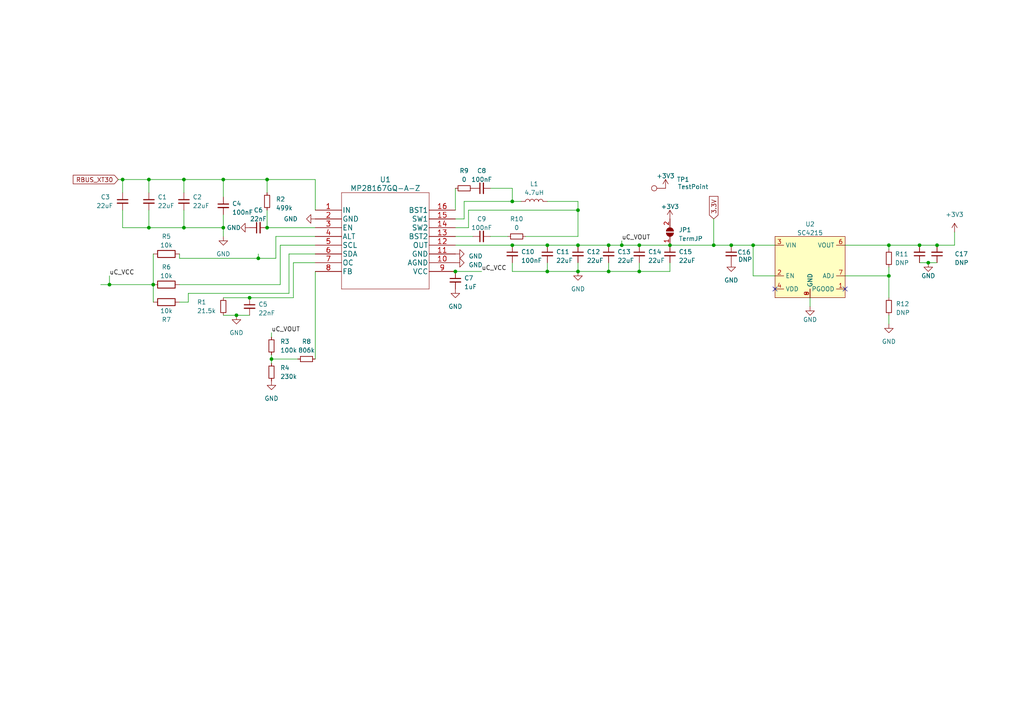
<source format=kicad_sch>
(kicad_sch (version 20230121) (generator eeschema)
  (paper "A4")
  (lib_symbols
    (symbol "Connector:TestPoint" (pin_numbers hide) (pin_names (offset 0.762) hide)
      (property "Reference" "TP" (at 0 6.858 0))
      (property "Value" "TestPoint" (at 0 5.08 0))
      (symbol "TestPoint_0_1"
        (circle (center 0 3.302) (radius 0.762))
      )
      (symbol "TestPoint_1_1"
        (pin passive line (at 0 0 90) (length 2.54) (name "1") (number "1"))
      )
    )
    (symbol "Device:C_Small" (pin_numbers hide) (pin_names (offset 0.254) hide)
      (property "Reference" "C" (at 0.254 1.778 0))
      (property "Value" "C_Small" (at 0.254 -2.032 0))
      (symbol "C_Small_0_1"
        (polyline (pts (xy -1.524 -0.508) (xy 1.524 -0.508)) (stroke (width 0.3302)))
        (polyline (pts (xy -1.524 0.508) (xy 1.524 0.508)) (stroke (width 0.3048)))
      )
      (symbol "C_Small_1_1"
        (pin passive line (at 0 2.54 270) (length 2.032) (name "~") (number "1"))
        (pin passive line (at 0 -2.54 90) (length 2.032) (name "~") (number "2"))
      )
    )
    (symbol "Device:L" (pin_numbers hide) (pin_names (offset 1.016) hide)
      (property "Reference" "L" (at -1.27 0 90))
      (property "Value" "L" (at 1.905 0 90))
      (symbol "L_0_1"
        (arc (start 0 -2.54) (mid 0.6323 -1.905) (end 0 -1.27))
        (arc (start 0 -1.27) (mid 0.6323 -0.635) (end 0 0))
        (arc (start 0 0) (mid 0.6323 0.635) (end 0 1.27))
        (arc (start 0 1.27) (mid 0.6323 1.905) (end 0 2.54))
      )
      (symbol "L_1_1"
        (pin passive line (at 0 3.81 270) (length 1.27) (name "1") (number "1"))
        (pin passive line (at 0 -3.81 90) (length 1.27) (name "2") (number "2"))
      )
    )
    (symbol "Device:R" (pin_numbers hide) (pin_names (offset 0))
      (property "Reference" "R" (at 2.032 0 90))
      (property "Value" "R" (at 0 0 90))
      (symbol "R_0_1"
        (rectangle (start -1.016 -2.54) (end 1.016 2.54) (stroke (width 0.254)))
      )
      (symbol "R_1_1"
        (pin passive line (at 0 3.81 270) (length 1.27) (name "~") (number "1"))
        (pin passive line (at 0 -3.81 90) (length 1.27) (name "~") (number "2"))
      )
    )
    (symbol "Device:R_Small" (pin_numbers hide) (pin_names (offset 0.254) hide)
      (property "Reference" "R" (at 0.762 0.508 0))
      (property "Value" "R_Small" (at 0.762 -1.016 0))
      (symbol "R_Small_0_1"
        (rectangle (start -0.762 1.778) (end 0.762 -1.778) (stroke (width 0.2032)))
      )
      (symbol "R_Small_1_1"
        (pin passive line (at 0 2.54 270) (length 0.762) (name "~") (number "1"))
        (pin passive line (at 0 -2.54 90) (length 0.762) (name "~") (number "2"))
      )
    )
    (symbol "GND_3" (power) (pin_names (offset 0))
      (property "Value" "GND_3" (at 0 -3.81 0))
      (symbol "GND_3_0_1"
        (polyline (pts (xy 0 0) (xy 0 -1.27) (xy 1.27 -1.27) (xy 0 -2.54) (xy -1.27 -1.27) (xy 0 -1.27)))
      )
      (symbol "GND_3_1_1"
        (pin power_in line (at 0 0 270) (length 0) hide (name "GND") (number "1"))
      )
    )
    (symbol "Jumper:SolderJumper_2_Open" (pin_names (offset 0) hide)
      (property "Reference" "JP" (at 0 2.032 0))
      (property "Value" "SolderJumper_2_Open" (at 0 -2.54 0))
      (symbol "SolderJumper_2_Open_0_1"
        (arc (start -0.254 1.016) (mid -1.2656 0) (end -0.254 -1.016))
        (arc (start -0.254 1.016) (mid -1.2656 0) (end -0.254 -1.016) (fill (type outline)))
        (polyline (pts (xy -0.254 1.016) (xy -0.254 -1.016)))
        (polyline (pts (xy 0.254 1.016) (xy 0.254 -1.016)))
        (arc (start 0.254 -1.016) (mid 1.2656 0) (end 0.254 1.016))
        (arc (start 0.254 -1.016) (mid 1.2656 0) (end 0.254 1.016) (fill (type outline)))
      )
      (symbol "SolderJumper_2_Open_1_1"
        (pin passive line (at -3.81 0 0) (length 2.54) (name "A") (number "1"))
        (pin passive line (at 3.81 0 180) (length 2.54) (name "B") (number "2"))
      )
    )
    (symbol "iclr:MP28167GQ-A-Z" (pin_names (offset 0.254))
      (property "Reference" "U" (at 20.32 10.16 0))
      (property "Value" "MP28167GQ-A-Z" (at 20.32 7.62 0))
      (symbol "MP28167GQ-A-Z_1_1"
        (polyline (pts (xy 7.62 -22.86) (xy 33.02 -22.86)) (stroke (width 0.127)))
        (polyline (pts (xy 7.62 5.08) (xy 7.62 -22.86)) (stroke (width 0.127)))
        (polyline (pts (xy 33.02 -22.86) (xy 33.02 5.08)) (stroke (width 0.127)))
        (polyline (pts (xy 33.02 5.08) (xy 7.62 5.08)) (stroke (width 0.127)))
        (pin power_in line (at 0 0 0) (length 7.62) (name "IN") (number "1"))
        (pin power_in line (at 40.64 -15.24 180) (length 7.62) (name "AGND") (number "10"))
        (pin power_in line (at 40.64 -12.7 180) (length 7.62) (name "GND") (number "11"))
        (pin power_in line (at 40.64 -10.16 180) (length 7.62) (name "OUT") (number "12"))
        (pin power_in line (at 40.64 -7.62 180) (length 7.62) (name "BST2") (number "13"))
        (pin unspecified line (at 40.64 -5.08 180) (length 7.62) (name "SW2") (number "14"))
        (pin unspecified line (at 40.64 -2.54 180) (length 7.62) (name "SW1") (number "15"))
        (pin power_in line (at 40.64 0 180) (length 7.62) (name "BST1") (number "16"))
        (pin power_in line (at 0 -2.54 0) (length 7.62) (name "GND") (number "2"))
        (pin unspecified line (at 0 -5.08 0) (length 7.62) (name "EN") (number "3"))
        (pin output line (at 0 -7.62 0) (length 7.62) (name "ALT") (number "4"))
        (pin unspecified line (at 0 -10.16 0) (length 7.62) (name "SCL") (number "5"))
        (pin unspecified line (at 0 -12.7 0) (length 7.62) (name "SDA") (number "6"))
        (pin unspecified line (at 0 -15.24 0) (length 7.62) (name "OC") (number "7"))
        (pin unspecified line (at 0 -17.78 0) (length 7.62) (name "FB") (number "8"))
        (pin power_in line (at 40.64 -17.78 180) (length 7.62) (name "VCC") (number "9"))
      )
    )
    (symbol "iclr:RT9025-25GSP"
      (property "Reference" "U6" (at 0 4.8428 0))
      (property "Value" "RT9025-25GSP" (at 0 2.3059 0))
      (symbol "RT9025-25GSP_1_1"
        (rectangle (start -10.16 1.27) (end 10.16 -16.51) (fill (type background)))
        (pin output line (at 10.16 -13.97 180) (length 2.54) (name "PGOOD") (number "1"))
        (pin input line (at -10.16 -10.16 0) (length 2.54) (name "EN") (number "2"))
        (pin input line (at -10.16 -1.27 0) (length 2.54) (name "VIN") (number "3"))
        (pin input line (at -10.16 -13.97 0) (length 2.54) (name "VDD") (number "4"))
        (pin output line (at 10.16 -1.27 180) (length 2.54) (name "VOUT") (number "6"))
        (pin input line (at 10.16 -10.16 180) (length 2.54) (name "ADJ") (number "7"))
        (pin input line (at 0 -16.51 90) (length 2.54) (name "GND") (number "8"))
        (pin input line (at 0 -16.51 90) (length 2.54) (name "GND") (number "9"))
      )
    )
    (symbol "power:+3.3V" (power) (pin_names (offset 0))
      (property "Value" "+3.3V" (at 0 3.556 0))
      (symbol "+3.3V_0_1"
        (polyline (pts (xy -0.762 1.27) (xy 0 2.54)))
        (polyline (pts (xy 0 0) (xy 0 2.54)))
        (polyline (pts (xy 0 2.54) (xy 0.762 1.27)))
      )
      (symbol "+3.3V_1_1"
        (pin power_in line (at 0 0 90) (length 0) hide (name "+3V3") (number "1"))
      )
    )
    (symbol "power:GND" (power) (pin_names (offset 0))
      (property "Value" "GND" (at 0 -3.81 0))
      (symbol "GND_0_1"
        (polyline (pts (xy 0 0) (xy 0 -1.27) (xy 1.27 -1.27) (xy 0 -2.54) (xy -1.27 -1.27) (xy 0 -1.27)))
      )
      (symbol "GND_1_1"
        (pin power_in line (at 0 0 270) (length 0) hide (name "GND") (number "1"))
      )
    )
  )
  (junction (at 176.53 78.74))
  (junction (at 185.42 71.12))
  (junction (at 257.81 71.12))
  (junction (at 53.34 66.04))
  (junction (at 158.75 71.12))
  (junction (at 167.64 78.74))
  (junction (at 194.31 71.12))
  (junction (at 64.77 52.07))
  (junction (at 78.74 104.14))
  (junction (at 218.44 71.12))
  (junction (at 180.34 71.12))
  (junction (at 35.56 52.07))
  (junction (at 53.34 52.07))
  (junction (at 176.53 71.12))
  (junction (at 68.58 91.44))
  (junction (at 77.47 52.07))
  (junction (at 132.08 78.74))
  (junction (at 158.75 78.74))
  (junction (at 43.18 52.07))
  (junction (at 271.78 71.12))
  (junction (at 212.09 71.12))
  (junction (at 167.64 71.12))
  (junction (at 64.77 66.04))
  (junction (at 148.59 58.42))
  (junction (at 148.59 71.12))
  (junction (at 167.64 60.96))
  (junction (at 269.24 76.2))
  (junction (at 74.93 74.93))
  (junction (at 207.01 71.12))
  (junction (at 266.7 71.12))
  (junction (at 44.45 82.55))
  (junction (at 43.18 66.04))
  (junction (at 72.39 86.36))
  (junction (at 257.81 80.01))
  (junction (at 185.42 78.74))
  (junction (at 31.75 82.55))
  (junction (at 77.47 66.04))
  (no_connect (at 224.79 83.82))
  (no_connect (at 245.11 83.82))
  (wire (pts (xy 91.44 52.07) (xy 91.44 60.96)))
  (wire (pts (xy 132.08 63.5) (xy 134.62 63.5)))
  (wire (pts (xy 64.77 52.07) (xy 77.47 52.07)))
  (wire (pts (xy 167.64 78.74) (xy 167.64 76.2)))
  (wire (pts (xy 81.28 71.12) (xy 81.28 82.55)))
  (wire (pts (xy 257.81 80.01) (xy 257.81 86.36)))
  (wire (pts (xy 218.44 71.12) (xy 224.79 71.12)))
  (wire (pts (xy 137.16 68.58) (xy 132.08 68.58)))
  (wire (pts (xy 185.42 78.74) (xy 194.31 78.74)))
  (wire (pts (xy 43.18 52.07) (xy 53.34 52.07)))
  (wire (pts (xy 35.56 66.04) (xy 43.18 66.04)))
  (wire (pts (xy 54.61 87.63) (xy 52.07 87.63)))
  (wire (pts (xy 64.77 62.23) (xy 64.77 66.04)))
  (wire (pts (xy 91.44 71.12) (xy 81.28 71.12)))
  (wire (pts (xy 185.42 78.74) (xy 185.42 76.2)))
  (wire (pts (xy 53.34 55.88) (xy 53.34 52.07)))
  (wire (pts (xy 148.59 78.74) (xy 148.59 76.2)))
  (wire (pts (xy 148.59 71.12) (xy 158.75 71.12)))
  (wire (pts (xy 269.24 76.2) (xy 271.78 76.2)))
  (wire (pts (xy 180.34 69.85) (xy 180.34 71.12)))
  (wire (pts (xy 78.74 104.14) (xy 86.36 104.14)))
  (wire (pts (xy 77.47 55.88) (xy 77.47 52.07)))
  (wire (pts (xy 78.74 97.79) (xy 78.74 96.52)))
  (wire (pts (xy 132.08 71.12) (xy 148.59 71.12)))
  (wire (pts (xy 74.93 74.93) (xy 52.07 74.93)))
  (wire (pts (xy 135.89 60.96) (xy 167.64 60.96)))
  (wire (pts (xy 176.53 71.12) (xy 180.34 71.12)))
  (wire (pts (xy 64.77 91.44) (xy 68.58 91.44)))
  (wire (pts (xy 151.13 58.42) (xy 148.59 58.42)))
  (wire (pts (xy 257.81 77.47) (xy 257.81 80.01)))
  (wire (pts (xy 158.75 71.12) (xy 167.64 71.12)))
  (wire (pts (xy 85.09 76.2) (xy 85.09 86.36)))
  (wire (pts (xy 68.58 91.44) (xy 72.39 91.44)))
  (wire (pts (xy 271.78 71.12) (xy 276.86 71.12)))
  (wire (pts (xy 148.59 78.74) (xy 158.75 78.74)))
  (wire (pts (xy 142.24 68.58) (xy 147.32 68.58)))
  (wire (pts (xy 132.08 54.61) (xy 132.08 60.96)))
  (wire (pts (xy 35.56 52.07) (xy 35.56 55.88)))
  (wire (pts (xy 134.62 58.42) (xy 148.59 58.42)))
  (wire (pts (xy 81.28 82.55) (xy 52.07 82.55)))
  (wire (pts (xy 207.01 71.12) (xy 212.09 71.12)))
  (wire (pts (xy 167.64 60.96) (xy 167.64 58.42)))
  (wire (pts (xy 35.56 60.96) (xy 35.56 66.04)))
  (wire (pts (xy 245.11 80.01) (xy 257.81 80.01)))
  (wire (pts (xy 167.64 71.12) (xy 176.53 71.12)))
  (wire (pts (xy 78.74 102.87) (xy 78.74 104.14)))
  (wire (pts (xy 167.64 60.96) (xy 167.64 68.58)))
  (wire (pts (xy 266.7 71.12) (xy 271.78 71.12)))
  (wire (pts (xy 176.53 78.74) (xy 185.42 78.74)))
  (wire (pts (xy 91.44 76.2) (xy 85.09 76.2)))
  (wire (pts (xy 91.44 68.58) (xy 80.01 68.58)))
  (wire (pts (xy 257.81 91.44) (xy 257.81 93.98)))
  (wire (pts (xy 218.44 80.01) (xy 224.79 80.01)))
  (wire (pts (xy 53.34 66.04) (xy 64.77 66.04)))
  (wire (pts (xy 77.47 52.07) (xy 91.44 52.07)))
  (wire (pts (xy 148.59 54.61) (xy 142.24 54.61)))
  (wire (pts (xy 53.34 60.96) (xy 53.34 66.04)))
  (wire (pts (xy 139.7 78.74) (xy 132.08 78.74)))
  (wire (pts (xy 91.44 78.74) (xy 91.44 104.14)))
  (wire (pts (xy 72.39 86.36) (xy 85.09 86.36)))
  (wire (pts (xy 64.77 66.04) (xy 64.77 68.58)))
  (wire (pts (xy 53.34 52.07) (xy 64.77 52.07)))
  (wire (pts (xy 29.21 82.55) (xy 31.75 82.55)))
  (wire (pts (xy 77.47 60.96) (xy 77.47 66.04)))
  (wire (pts (xy 176.53 78.74) (xy 176.53 76.2)))
  (wire (pts (xy 234.95 88.9) (xy 234.95 86.36)))
  (wire (pts (xy 52.07 74.93) (xy 52.07 73.66)))
  (wire (pts (xy 43.18 52.07) (xy 43.18 55.88)))
  (wire (pts (xy 44.45 73.66) (xy 44.45 82.55)))
  (wire (pts (xy 218.44 71.12) (xy 218.44 80.01)))
  (wire (pts (xy 266.7 76.2) (xy 269.24 76.2)))
  (wire (pts (xy 77.47 66.04) (xy 91.44 66.04)))
  (wire (pts (xy 74.93 74.93) (xy 80.01 74.93)))
  (wire (pts (xy 91.44 73.66) (xy 83.82 73.66)))
  (wire (pts (xy 245.11 71.12) (xy 257.81 71.12)))
  (wire (pts (xy 257.81 71.12) (xy 257.81 72.39)))
  (wire (pts (xy 43.18 66.04) (xy 53.34 66.04)))
  (wire (pts (xy 43.18 60.96) (xy 43.18 66.04)))
  (wire (pts (xy 83.82 73.66) (xy 83.82 85.09)))
  (wire (pts (xy 83.82 85.09) (xy 54.61 85.09)))
  (wire (pts (xy 148.59 54.61) (xy 148.59 58.42)))
  (wire (pts (xy 78.74 104.14) (xy 78.74 105.41)))
  (wire (pts (xy 207.01 63.5) (xy 207.01 71.12)))
  (wire (pts (xy 158.75 58.42) (xy 167.64 58.42)))
  (wire (pts (xy 257.81 71.12) (xy 266.7 71.12)))
  (wire (pts (xy 80.01 68.58) (xy 80.01 74.93)))
  (wire (pts (xy 31.75 82.55) (xy 44.45 82.55)))
  (wire (pts (xy 167.64 78.74) (xy 176.53 78.74)))
  (wire (pts (xy 31.75 80.01) (xy 31.75 82.55)))
  (wire (pts (xy 276.86 67.31) (xy 276.86 71.12)))
  (wire (pts (xy 35.56 52.07) (xy 43.18 52.07)))
  (wire (pts (xy 194.31 78.74) (xy 194.31 76.2)))
  (wire (pts (xy 44.45 82.55) (xy 44.45 87.63)))
  (wire (pts (xy 194.31 71.12) (xy 207.01 71.12)))
  (wire (pts (xy 135.89 66.04) (xy 135.89 60.96)))
  (wire (pts (xy 158.75 78.74) (xy 158.75 76.2)))
  (wire (pts (xy 54.61 85.09) (xy 54.61 87.63)))
  (wire (pts (xy 34.29 52.07) (xy 35.56 52.07)))
  (wire (pts (xy 64.77 57.15) (xy 64.77 52.07)))
  (wire (pts (xy 158.75 78.74) (xy 167.64 78.74)))
  (wire (pts (xy 185.42 71.12) (xy 194.31 71.12)))
  (wire (pts (xy 132.08 66.04) (xy 135.89 66.04)))
  (wire (pts (xy 152.4 68.58) (xy 167.64 68.58)))
  (wire (pts (xy 212.09 71.12) (xy 218.44 71.12)))
  (wire (pts (xy 72.39 86.36) (xy 64.77 86.36)))
  (wire (pts (xy 134.62 63.5) (xy 134.62 58.42)))
  (wire (pts (xy 74.93 73.66) (xy 74.93 74.93)))
  (wire (pts (xy 180.34 71.12) (xy 185.42 71.12)))
  (label "uC_VCC" (at 31.75 80.01 0))
  (label "uC_VOUT" (at 78.74 96.52 0))
  (label "uC_VOUT" (at 180.34 69.85 0))
  (label "uC_VCC" (at 139.7 78.74 0))
  (global_label "RBUS_XT30" (shape input) (at 34.29 52.07 180) (property "Intersheetrefs" "${INTERSHEET_REFS}" (effects hide)))
  (global_label "3.3V" (shape input) (at 207.01 63.5 90) (property "Intersheetrefs" "${INTERSHEET_REFS}" (effects hide)))
  (symbol (lib_name "GND_3") (lib_id "power:GND") (at 132.08 83.82 0) (unit 1)
    (property "Reference" "#PWR08" (effects hide))
    (property "Value" "GND" (at 132.08 88.9 0))
    (instances (project "LetsTry Button" (path "" (reference "#PWR08") (unit 1)) (path "" (reference "#PWR035") (unit 1))) (project "Canardboard" (path "" (reference "#PWR092") (unit 1))))
  )
  (symbol (lib_id "Device:C_Small") (at 53.34 58.42 0) (unit 1)
    (property "Reference" "C2" (at 55.88 57.1563 0) (effects (justify left)))
    (property "Value" "22uF" (at 55.88 59.6963 0) (effects (justify left)))
    (property "Footprint" "Capacitor_SMD:C_1206_3216Metric" (effects hide))
    (instances (project "LetsTry Button" (path "" (reference "C2") (unit 1)) (path "" (reference "C23") (unit 1))) (project "Canardboard" (path "" (reference "C42") (unit 1)) (path "" (reference "C18") (unit 1))))
  )
  (symbol (lib_id "Device:R") (at 48.26 82.55 90) (unit 1)
    (property "Reference" "R6" (at 48.26 77.47 90))
    (property "Value" "10k" (at 48.26 80.01 90))
    (property "Footprint" "Resistor_SMD:R_0402_1005Metric" (effects hide))
    (instances (project "LetsTry Button" (path "" (reference "R6") (unit 1)) (path "" (reference "R16") (unit 1))))
  )
  (symbol (lib_name "GND_3") (lib_id "power:GND") (at 91.44 63.5 270) (unit 1)
    (property "Reference" "#PWR05" (effects hide))
    (property "Value" "GND" (at 86.36 63.5 90) (effects (justify right)))
    (instances (project "LetsTry Button" (path "" (reference "#PWR05") (unit 1)) (path "" (reference "#PWR032") (unit 1))) (project "Canardboard" (path "" (reference "#PWR088") (unit 1))))
  )
  (symbol (lib_id "Device:R_Small") (at 88.9 104.14 90) (unit 1)
    (property "Reference" "R8" (at 88.9 99.06 90))
    (property "Value" "806k" (at 88.9 101.6 90))
    (property "Footprint" "Resistor_SMD:R_0402_1005Metric" (effects hide))
    (instances (project "LetsTry Button" (path "" (reference "R8") (unit 1)) (path "" (reference "R31") (unit 1))) (project "Canardboard" (path "" (reference "R33") (unit 1))))
  )
  (symbol (lib_id "Device:R_Small") (at 149.86 68.58 90) (unit 1)
    (property "Reference" "R10" (at 149.86 63.5 90))
    (property "Value" "0" (at 149.86 66.04 90))
    (property "Footprint" "Resistor_SMD:R_0402_1005Metric" (effects hide))
    (instances (project "LetsTry Button" (path "" (reference "R10") (unit 1)) (path "" (reference "R33") (unit 1))) (project "Canardboard" (path "" (reference "R36") (unit 1))))
  )
  (symbol (lib_id "Device:C_Small") (at 158.75 73.66 0) (unit 1)
    (property "Reference" "C11" (at 161.29 73.0313 0) (effects (justify left)))
    (property "Value" "22uF" (at 161.29 75.5713 0) (effects (justify left)))
    (property "Footprint" "Capacitor_SMD:C_0805_2012Metric" (effects hide))
    (instances (project "LetsTry Button" (path "" (reference "C11") (unit 1)) (path "" (reference "C31") (unit 1))) (project "Canardboard" (path "" (reference "C50") (unit 1))))
  )
  (symbol (lib_id "power:+3.3V") (at 194.31 63.5 0) (unit 1)
    (property "Reference" "#PWR011" (effects hide))
    (property "Value" "+3.3V" (at 194.31 59.9242 0))
    (instances (project "LetsTry Button" (path "" (reference "#PWR011") (unit 1)) (path "" (reference "#PWR038") (unit 1))) (project "Canardboard" (path "" (reference "#PWR096") (unit 1))))
  )
  (symbol (lib_id "Device:R_Small") (at 64.77 88.9 180) (unit 1)
    (property "Reference" "R1" (at 57.15 87.63 0) (effects (justify right)))
    (property "Value" "21.5k" (at 57.15 90.17 0) (effects (justify right)))
    (property "Footprint" "Resistor_SMD:R_0402_1005Metric" (effects hide))
    (instances (project "LetsTry Button" (path "" (reference "R1") (unit 1)) (path "" (reference "R27") (unit 1))) (project "Canardboard" (path "" (reference "R38") (unit 1))))
  )
  (symbol (lib_id "Device:R_Small") (at 77.47 58.42 0) (unit 1)
    (property "Reference" "R2" (at 80.01 57.785 0) (effects (justify left)))
    (property "Value" "499k" (at 80.01 60.325 0) (effects (justify left)))
    (property "Footprint" "Resistor_SMD:R_0402_1005Metric" (effects hide))
    (instances (project "LetsTry Button" (path "" (reference "R2") (unit 1)) (path "" (reference "R28") (unit 1))) (project "Canardboard" (path "" (reference "R32") (unit 1))))
  )
  (symbol (lib_id "Device:C_Small") (at 266.7 73.66 180) (unit 1)
    (property "Reference" "C17" (at 276.86 73.66 0) (effects (justify right)))
    (property "Value" "DNP" (at 276.86 76.2 0) (effects (justify right)))
    (property "Footprint" "Capacitor_SMD:C_0402_1005Metric" (effects hide))
    (instances (project "LetsTry Button" (path "" (reference "C17") (unit 1)) (path "" (reference "C37") (unit 1))) (project "Canardboard" (path "" (reference "C25") (unit 1))) (project "PickleRick" (path "" (reference "C45") (unit 1))) (project "power" (path "" (reference "C45") (unit 1))))
  )
  (symbol (lib_name "GND_3") (lib_id "power:GND") (at 212.09 76.2 0) (unit 1)
    (property "Reference" "#PWR012" (effects hide))
    (property "Value" "GND" (at 212.09 81.28 0))
    (instances (project "LetsTry Button" (path "" (reference "#PWR012") (unit 1)) (path "" (reference "#PWR039") (unit 1))) (project "Canardboard" (path "" (reference "#PWR086") (unit 1))) (project "PickleRick" (path "" (reference "#PWR099") (unit 1))) (project "power" (path "" (reference "#PWR099") (unit 1))))
  )
  (symbol (lib_name "GND_3") (lib_id "power:GND") (at 72.39 66.04 270) (unit 1)
    (property "Reference" "#PWR03" (effects hide))
    (property "Value" "GND" (at 69.85 66.04 90) (effects (justify right)))
    (instances (project "LetsTry Button" (path "" (reference "#PWR03") (unit 1)) (path "" (reference "#PWR030") (unit 1))) (project "Canardboard" (path "" (reference "#PWR089") (unit 1))))
  )
  (symbol (lib_id "Device:R_Small") (at 257.81 74.93 0) (unit 1)
    (property "Reference" "R11" (at 259.5667 73.7005 0) (effects (justify left)))
    (property "Value" "DNP" (at 259.5667 76.2405 0) (effects (justify left)))
    (property "Footprint" "Resistor_SMD:R_0402_1005Metric" (effects hide))
    (instances (project "LetsTry Button" (path "" (reference "R11") (unit 1)) (path "" (reference "R34") (unit 1))) (project "Canardboard" (path "" (reference "R50") (unit 1))) (project "PickleRick" (path "" (reference "R28") (unit 1))) (project "power" (path "" (reference "R28") (unit 1))))
  )
  (symbol (lib_id "Device:C_Small") (at 64.77 59.69 0) (unit 1)
    (property "Reference" "C4" (at 67.31 59.0613 0) (effects (justify left)))
    (property "Value" "100nF" (at 67.31 61.6013 0) (effects (justify left)))
    (property "Footprint" "Capacitor_SMD:C_0402_1005Metric" (effects hide))
    (instances (project "LetsTry Button" (path "" (reference "C4") (unit 1)) (path "" (reference "C24") (unit 1))) (project "Canardboard" (path "" (reference "C41") (unit 1))))
  )
  (symbol (lib_id "Device:C_Small") (at 167.64 73.66 0) (unit 1)
    (property "Reference" "C12" (at 170.18 73.0313 0) (effects (justify left)))
    (property "Value" "22uF" (at 170.18 75.5713 0) (effects (justify left)))
    (property "Footprint" "Capacitor_SMD:C_0805_2012Metric" (effects hide))
    (instances (project "LetsTry Button" (path "" (reference "C12") (unit 1)) (path "" (reference "C32") (unit 1))) (project "Canardboard" (path "" (reference "C51") (unit 1))))
  )
  (symbol (lib_id "power:+3.3V") (at 193.04 54.61 0) (unit 1)
    (property "Reference" "#PWR010" (effects hide))
    (property "Value" "+3.3V" (at 193.04 51.0342 0))
    (instances (project "LetsTry Button" (path "" (reference "#PWR010") (unit 1)) (path "" (reference "#PWR037") (unit 1))) (project "Canardboard" (path "" (reference "#PWR046") (unit 1))))
  )
  (symbol (lib_id "Device:C_Small") (at 139.7 54.61 90) (unit 1)
    (property "Reference" "C8" (at 139.7063 49.53 90))
    (property "Value" "100nF" (at 139.7063 52.07 90))
    (property "Footprint" "Capacitor_SMD:C_0402_1005Metric" (effects hide))
    (instances (project "LetsTry Button" (path "" (reference "C8") (unit 1)) (path "" (reference "C28") (unit 1))) (project "Canardboard" (path "" (reference "C54") (unit 1))))
  )
  (symbol (lib_id "Device:C_Small") (at 74.93 66.04 90) (unit 1)
    (property "Reference" "C6" (at 74.9363 60.96 90))
    (property "Value" "22nF" (at 74.9363 63.5 90))
    (property "Footprint" "Capacitor_SMD:C_0402_1005Metric" (effects hide))
    (instances (project "LetsTry Button" (path "" (reference "C6") (unit 1)) (path "" (reference "C26") (unit 1))) (project "Canardboard" (path "" (reference "C48") (unit 1))))
  )
  (symbol (lib_name "GND_3") (lib_id "power:GND") (at 132.08 73.66 90) (unit 1)
    (property "Reference" "#PWR06" (effects hide))
    (property "Value" "GND" (at 135.89 74.295 90) (effects (justify right)))
    (instances (project "LetsTry Button" (path "" (reference "#PWR06") (unit 1)) (path "" (reference "#PWR033") (unit 1))) (project "Canardboard" (path "" (reference "#PWR093") (unit 1))))
  )
  (symbol (lib_id "power:GND") (at 269.24 76.2 0) (unit 1)
    (property "Reference" "#PWR015" (effects hide))
    (property "Value" "GND" (at 269.24 80.01 0))
    (instances (project "LetsTry Button" (path "" (reference "#PWR015") (unit 1)) (path "" (reference "#PWR042") (unit 1))) (project "Canardboard" (path "" (reference "#PWR099") (unit 1))) (project "PickleRick" (path "" (reference "#PWR0111") (unit 1))) (project "power" (path "" (reference "#PWR0111") (unit 1))))
  )
  (symbol (lib_id "Device:C_Small") (at 194.31 73.66 0) (unit 1)
    (property "Reference" "C15" (at 196.85 73.0313 0) (effects (justify left)))
    (property "Value" "22uF" (at 196.85 75.5713 0) (effects (justify left)))
    (property "Footprint" "Capacitor_SMD:C_0805_2012Metric" (effects hide))
    (instances (project "LetsTry Button" (path "" (reference "C15") (unit 1)) (path "" (reference "C35") (unit 1))) (project "Canardboard" (path "" (reference "C58") (unit 1))))
  )
  (symbol (lib_id "iclr:RT9025-25GSP") (at 234.95 69.85 0) (unit 1)
    (property "Reference" "U2" (at 234.95 65.0072 0))
    (property "Value" "SC4215" (at 234.95 67.5441 0))
    (property "Footprint" "iclr:SOIC127P599X175-9N" (effects hide))
    (instances (project "LetsTry Button" (path "" (reference "U2") (unit 1)) (path "" (reference "U6") (unit 1))) (project "Canardboard" (path "" (reference "U9") (unit 1))) (project "PickleRick" (path "" (reference "U16") (unit 1))) (project "power" (path "" (reference "U16") (unit 1))))
  )
  (symbol (lib_id "Device:R_Small") (at 134.62 54.61 90) (unit 1)
    (property "Reference" "R9" (at 134.62 49.53 90))
    (property "Value" "0" (at 134.62 52.07 90))
    (property "Footprint" "Resistor_SMD:R_0402_1005Metric" (effects hide))
    (instances (project "LetsTry Button" (path "" (reference "R9") (unit 1)) (path "" (reference "R32") (unit 1))) (project "Canardboard" (path "" (reference "R37") (unit 1))))
  )
  (symbol (lib_id "Device:R") (at 48.26 87.63 90) (unit 1)
    (property "Reference" "R7" (at 48.26 92.71 90))
    (property "Value" "10k" (at 48.26 90.17 90))
    (property "Footprint" "Resistor_SMD:R_0402_1005Metric" (effects hide))
    (instances (project "LetsTry Button" (path "" (reference "R7") (unit 1)) (path "" (reference "R26") (unit 1))))
  )
  (symbol (lib_id "Device:L") (at 154.94 58.42 90) (unit 1)
    (property "Reference" "L1" (at 154.94 53.34 90))
    (property "Value" "4.7uH" (at 154.94 55.88 90))
    (property "Footprint" "inductor:MPLAL60504R7" (effects hide))
    (instances (project "LetsTry Button" (path "" (reference "L1") (unit 1)) (path "" (reference "L2") (unit 1))) (project "Canardboard" (path "" (reference "L5") (unit 1))))
  )
  (symbol (lib_id "power:+3.3V") (at 276.86 67.31 0) (unit 1)
    (property "Reference" "#PWR016" (effects hide))
    (property "Value" "+3.3V" (at 276.86 62.23 0))
    (instances (project "LetsTry Button" (path "" (reference "#PWR016") (unit 1)) (path "" (reference "#PWR043") (unit 1))) (project "Canardboard" (path "" (reference "#PWR0100") (unit 1))) (project "PickleRick" (path "" (reference "#PWR0116") (unit 1))) (project "power" (path "" (reference "#PWR0116") (unit 1))))
  )
  (symbol (lib_id "Device:C_Small") (at 35.56 58.42 0) (unit 1)
    (property "Reference" "C3" (at 29.21 57.15 0) (effects (justify left)))
    (property "Value" "22uF" (at 27.94 59.69 0) (effects (justify left)))
    (property "Footprint" "Capacitor_SMD:C_1206_3216Metric" (effects hide))
    (instances (project "LetsTry Button" (path "" (reference "C3") (unit 1)) (path "" (reference "C20") (unit 1))) (project "Canardboard" (path "" (reference "C42") (unit 1)) (path "" (reference "C18") (unit 1))))
  )
  (symbol (lib_name "GND_3") (lib_id "power:GND") (at 78.74 110.49 0) (unit 1)
    (property "Reference" "#PWR04" (effects hide))
    (property "Value" "GND" (at 78.74 115.57 0))
    (instances (project "LetsTry Button" (path "" (reference "#PWR04") (unit 1)) (path "" (reference "#PWR031") (unit 1))) (project "Canardboard" (path "" (reference "#PWR090") (unit 1))))
  )
  (symbol (lib_id "Device:R_Small") (at 78.74 107.95 0) (unit 1)
    (property "Reference" "R4" (at 81.28 106.68 0) (effects (justify left)))
    (property "Value" "230k" (at 81.28 109.22 0) (effects (justify left)))
    (property "Footprint" "Resistor_SMD:R_0402_1005Metric" (effects hide))
    (instances (project "LetsTry Button" (path "" (reference "R4") (unit 1)) (path "" (reference "R30") (unit 1))) (project "Canardboard" (path "" (reference "R35") (unit 1))))
  )
  (symbol (lib_id "Device:C_Small") (at 72.39 88.9 0) (unit 1)
    (property "Reference" "C5" (at 74.93 88.2713 0) (effects (justify left)))
    (property "Value" "22nF" (at 74.93 90.8113 0) (effects (justify left)))
    (property "Footprint" "Capacitor_SMD:C_0402_1005Metric" (effects hide))
    (instances (project "LetsTry Button" (path "" (reference "C5") (unit 1)) (path "" (reference "C25") (unit 1))) (project "Canardboard" (path "" (reference "C55") (unit 1))))
  )
  (symbol (lib_id "Device:C_Small") (at 139.7 68.58 90) (unit 1)
    (property "Reference" "C9" (at 139.7063 63.5 90))
    (property "Value" "100nF" (at 139.7063 66.04 90))
    (property "Footprint" "Capacitor_SMD:C_0402_1005Metric" (effects hide))
    (instances (project "LetsTry Button" (path "" (reference "C9") (unit 1)) (path "" (reference "C29") (unit 1))) (project "Canardboard" (path "" (reference "C53") (unit 1))))
  )
  (symbol (lib_name "GND_3") (lib_id "power:GND") (at 167.64 78.74 0) (unit 1)
    (property "Reference" "#PWR09" (effects hide))
    (property "Value" "GND" (at 167.64 83.82 0))
    (instances (project "LetsTry Button" (path "" (reference "#PWR09") (unit 1)) (path "" (reference "#PWR036") (unit 1))) (project "Canardboard" (path "" (reference "#PWR091") (unit 1))))
  )
  (symbol (lib_id "Device:C_Small") (at 148.59 73.66 0) (unit 1)
    (property "Reference" "C10" (at 151.13 73.0313 0) (effects (justify left)))
    (property "Value" "100nF" (at 151.13 75.5713 0) (effects (justify left)))
    (property "Footprint" "Capacitor_SMD:C_0402_1005Metric" (effects hide))
    (instances (project "LetsTry Button" (path "" (reference "C10") (unit 1)) (path "" (reference "C30") (unit 1))) (project "Canardboard" (path "" (reference "C49") (unit 1))))
  )
  (symbol (lib_id "Jumper:SolderJumper_2_Open") (at 194.31 67.31 90) (unit 1)
    (property "Reference" "JP1" (at 196.85 66.675 90) (effects (justify right)))
    (property "Value" "TermJP" (at 196.85 69.215 90) (effects (justify right)))
    (property "Footprint" "Jumper:SolderJumper-2_P1.3mm_Open_RoundedPad1.0x1.5mm" (effects hide))
    (instances (project "LetsTry Button" (path "" (reference "JP1") (unit 1)) (path "" (reference "JP2") (unit 1))) (project "Canardboard" (path "" (reference "JP1") (unit 1)) (path "" (reference "JP2") (unit 1))))
  )
  (symbol (lib_id "Device:R_Small") (at 78.74 100.33 0) (unit 1)
    (property "Reference" "R3" (at 81.28 99.06 0) (effects (justify left)))
    (property "Value" "100k" (at 81.28 101.6 0) (effects (justify left)))
    (property "Footprint" "Resistor_SMD:R_0402_1005Metric" (effects hide))
    (instances (project "LetsTry Button" (path "" (reference "R3") (unit 1)) (path "" (reference "R29") (unit 1))) (project "Canardboard" (path "" (reference "R34") (unit 1))))
  )
  (symbol (lib_name "GND_3") (lib_id "power:GND") (at 68.58 91.44 0) (unit 1)
    (property "Reference" "#PWR02" (effects hide))
    (property "Value" "GND" (at 68.58 96.52 0))
    (instances (project "LetsTry Button" (path "" (reference "#PWR02") (unit 1)) (path "" (reference "#PWR029") (unit 1))) (project "Canardboard" (path "" (reference "#PWR095") (unit 1))))
  )
  (symbol (lib_name "GND_3") (lib_id "power:GND") (at 64.77 68.58 0) (unit 1)
    (property "Reference" "#PWR01" (effects hide))
    (property "Value" "GND" (at 64.77 73.66 0))
    (instances (project "LetsTry Button" (path "" (reference "#PWR01") (unit 1)) (path "" (reference "#PWR028") (unit 1))) (project "Canardboard" (path "" (reference "#PWR087") (unit 1))))
  )
  (symbol (lib_id "Device:C_Small") (at 212.09 73.66 0) (unit 1)
    (property "Reference" "C16" (at 213.8736 73.1668 0) (effects (justify left)))
    (property "Value" "DNP" (at 214.0895 75.2652 0) (effects (justify left)))
    (property "Footprint" "Capacitor_SMD:C_0402_1005Metric" (effects hide))
    (instances (project "LetsTry Button" (path "" (reference "C16") (unit 1)) (path "" (reference "C36") (unit 1))) (project "Canardboard" (path "" (reference "C24") (unit 1))) (project "PickleRick" (path "" (reference "C44") (unit 1))) (project "power" (path "" (reference "C44") (unit 1))))
  )
  (symbol (lib_id "power:GND") (at 234.95 88.9 0) (unit 1)
    (property "Reference" "#PWR013" (effects hide))
    (property "Value" "GND" (at 234.95 92.71 0))
    (instances (project "LetsTry Button" (path "" (reference "#PWR013") (unit 1)) (path "" (reference "#PWR040") (unit 1))) (project "Canardboard" (path "" (reference "#PWR097") (unit 1))) (project "PickleRick" (path "" (reference "#PWR0108") (unit 1))) (project "power" (path "" (reference "#PWR0108") (unit 1))))
  )
  (symbol (lib_id "Device:C_Small") (at 43.18 58.42 0) (unit 1)
    (property "Reference" "C1" (at 45.72 57.1563 0) (effects (justify left)))
    (property "Value" "22uF" (at 45.72 59.6963 0) (effects (justify left)))
    (property "Footprint" "Capacitor_SMD:C_1206_3216Metric" (effects hide))
    (instances (project "LetsTry Button" (path "" (reference "C1") (unit 1)) (path "" (reference "C22") (unit 1))) (project "Canardboard" (path "" (reference "C42") (unit 1)) (path "" (reference "C18") (unit 1))))
  )
  (symbol (lib_id "iclr:MP28167GQ-A-Z") (at 91.44 60.96 0) (unit 1)
    (property "Reference" "U1" (at 111.76 52.07 0) (effects (font (size 1.524 1.524))))
    (property "Value" "MP28167GQ-A-Z" (at 111.76 54.61 0) (effects (font (size 1.524 1.524))))
    (property "Footprint" "regulator:MP28167GQ-A-Z" (effects hide))
    (instances (project "LetsTry Button" (path "" (reference "U1") (unit 1)) (path "" (reference "U5") (unit 1))) (project "Canardboard" (path "" (reference "U10") (unit 1))))
  )
  (symbol (lib_id "Device:C_Small") (at 185.42 73.66 0) (unit 1)
    (property "Reference" "C14" (at 187.96 73.0313 0) (effects (justify left)))
    (property "Value" "22uF" (at 187.96 75.5713 0) (effects (justify left)))
    (property "Footprint" "Capacitor_SMD:C_0805_2012Metric" (effects hide))
    (instances (project "LetsTry Button" (path "" (reference "C14") (unit 1)) (path "" (reference "C34") (unit 1))) (project "Canardboard" (path "" (reference "C57") (unit 1))))
  )
  (symbol (lib_id "Device:C_Small") (at 176.53 73.66 0) (unit 1)
    (property "Reference" "C13" (at 179.07 73.0313 0) (effects (justify left)))
    (property "Value" "22uF" (at 179.07 75.5713 0) (effects (justify left)))
    (property "Footprint" "Capacitor_SMD:C_0805_2012Metric" (effects hide))
    (instances (project "LetsTry Button" (path "" (reference "C13") (unit 1)) (path "" (reference "C33") (unit 1))) (project "Canardboard" (path "" (reference "C56") (unit 1))))
  )
  (symbol (lib_id "Device:C_Small") (at 132.08 81.28 0) (unit 1)
    (property "Reference" "C7" (at 134.62 80.6513 0) (effects (justify left)))
    (property "Value" "1uF" (at 134.62 83.1913 0) (effects (justify left)))
    (property "Footprint" "Capacitor_SMD:C_0402_1005Metric" (effects hide))
    (instances (project "LetsTry Button" (path "" (reference "C7") (unit 1)) (path "" (reference "C27") (unit 1))) (project "Canardboard" (path "" (reference "C52") (unit 1))))
  )
  (symbol (lib_id "Device:C_Small") (at 271.78 73.66 180) (unit 1)
    (property "Reference" "C18" (effects hide))
    (property "Value" "0.1uF" (effects hide))
    (property "Footprint" "Capacitor_SMD:C_0402_1005Metric" (effects hide))
    (instances (project "LetsTry Button" (path "" (reference "C18") (unit 1)) (path "" (reference "C38") (unit 1))) (project "Canardboard" (path "" (reference "C26") (unit 1))) (project "PickleRick" (path "" (reference "C46") (unit 1))) (project "power" (path "" (reference "C46") (unit 1))))
  )
  (symbol (lib_id "Device:R_Small") (at 257.81 88.9 0) (unit 1)
    (property "Reference" "R12" (at 259.824 88.1497 0) (effects (justify left)))
    (property "Value" "DNP" (at 259.824 90.6897 0) (effects (justify left)))
    (property "Footprint" "Resistor_SMD:R_0402_1005Metric" (effects hide))
    (instances (project "LetsTry Button" (path "" (reference "R12") (unit 1)) (path "" (reference "R35") (unit 1))) (project "Canardboard" (path "" (reference "R51") (unit 1))) (project "PickleRick" (path "" (reference "R29") (unit 1))) (project "power" (path "" (reference "R29") (unit 1))))
  )
  (symbol (lib_id "Connector:TestPoint") (at 193.04 54.61 90) (unit 1)
    (property "Reference" "TP1" (at 198.12 52.07 90))
    (property "Value" "TestPoint" (at 201.041 54.1716 90))
    (property "Footprint" "TestPoint:TestPoint_Pad_D1.5mm" (effects hide))
    (instances (project "LetsTry Button" (path "" (reference "TP1") (unit 1)) (path "" (reference "TP2") (unit 1))) (project "Canardboard" (path "" (reference "TP4") (unit 1))))
  )
  (symbol (lib_id "Device:R") (at 48.26 73.66 90) (unit 1)
    (property "Reference" "R5" (at 48.26 68.58 90))
    (property "Value" "10k" (at 48.26 71.12 90))
    (property "Footprint" "Resistor_SMD:R_0402_1005Metric" (effects hide))
    (instances (project "LetsTry Button" (path "" (reference "R5") (unit 1)) (path "" (reference "R15") (unit 1))))
  )
  (symbol (lib_name "GND_3") (lib_id "power:GND") (at 132.08 76.2 90) (unit 1)
    (property "Reference" "#PWR07" (effects hide))
    (property "Value" "GND" (at 135.89 76.835 90) (effects (justify right)))
    (instances (project "LetsTry Button" (path "" (reference "#PWR07") (unit 1)) (path "" (reference "#PWR034") (unit 1))) (project "Canardboard" (path "" (reference "#PWR094") (unit 1))))
  )
  (symbol (lib_id "power:GND") (at 257.81 93.98 0) (unit 1)
    (property "Reference" "#PWR014" (effects hide))
    (property "Value" "GND" (at 257.81 99.06 0))
    (instances (project "LetsTry Button" (path "" (reference "#PWR014") (unit 1)) (path "" (reference "#PWR041") (unit 1))) (project "Canardboard" (path "" (reference "#PWR098") (unit 1))) (project "PickleRick" (path "" (reference "#PWR0110") (unit 1))) (project "power" (path "" (reference "#PWR0110") (unit 1))))
  )
)
</source>
